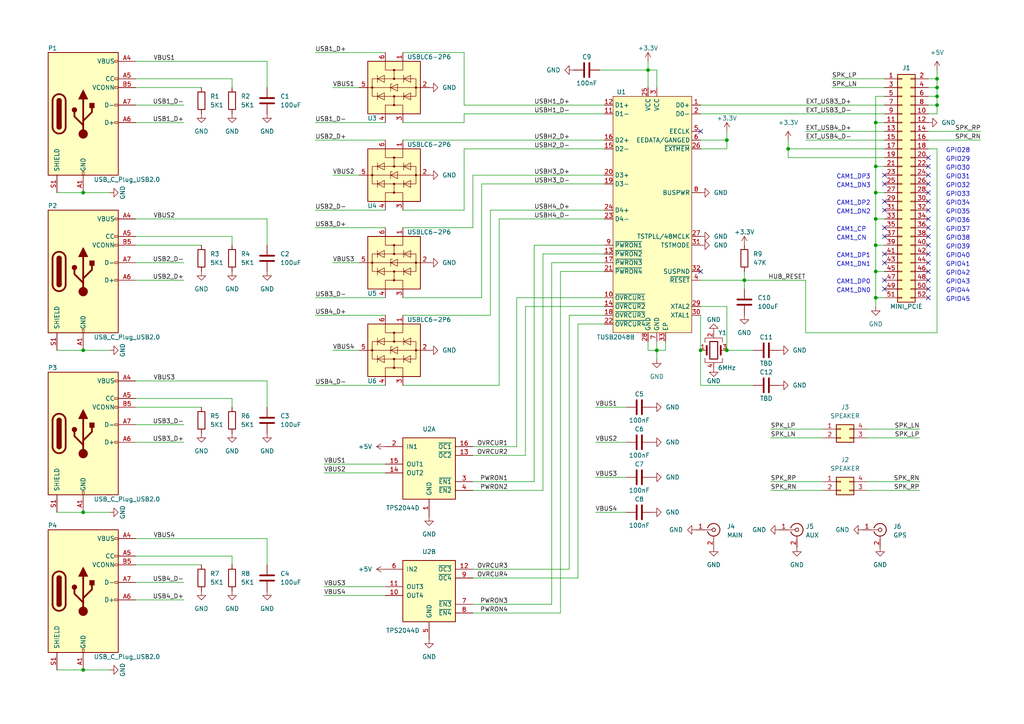
<source format=kicad_sch>
(kicad_sch (version 20230121) (generator eeschema)
  (paper "A4")
  (title_block (title "uConsole Extension USB Hub") (date "2023-08-12") (rev "0.1.2") (company "by argrento") (comment 2 "https://codeberg.org/argrento/uconsole-ext-usb-hub") (comment 4 "--->  UNTESTED  <---"))
  (lib_symbols
    (symbol "Connector:Conn_Coaxial" (pin_names (offset 1.016) hide)
      (property "Reference" "J" (at 0.254 3.048 0))
      (property "Value" "Conn_Coaxial" (at 2.921 0 90))
      (symbol "Conn_Coaxial_1_1"
        (pin passive line (at -5.08 0 0) (length 2.54) (name "In") (number "1"))
        (pin passive line (at 0 -5.08 90) (length 2.54) (name "Ext") (number "2"))
      )
    )
    (symbol "Connector:USB_C_Plug_USB2.0" (pin_names (offset 1.016))
      (property "Reference" "P" (at -10.16 19.05 0))
      (property "Value" "USB_C_Plug_USB2.0" (at 12.7 19.05 0))
      (symbol "USB_C_Plug_USB2.0_1_1"
        (pin passive line (at 0 -22.86 90) (length 5.08) (name "GND") (number "A1"))
        (pin passive line (at 0 -22.86 90) (length 5.08) hide (name "GND") (number "A12"))
        (pin passive line (at 15.24 15.24 180) (length 5.08) (name "VBUS") (number "A4"))
        (pin bidirectional line (at 15.24 10.16 180) (length 5.08) (name "CC") (number "A5"))
        (pin bidirectional line (at 15.24 -2.54 180) (length 5.08) (name "D+") (number "A6"))
        (pin bidirectional line (at 15.24 2.54 180) (length 5.08) (name "D-") (number "A7"))
        (pin passive line (at 15.24 15.24 180) (length 5.08) hide (name "VBUS") (number "A9"))
        (pin passive line (at 0 -22.86 90) (length 5.08) hide (name "GND") (number "B1"))
        (pin passive line (at 0 -22.86 90) (length 5.08) hide (name "GND") (number "B12"))
        (pin passive line (at 15.24 15.24 180) (length 5.08) hide (name "VBUS") (number "B4"))
        (pin bidirectional line (at 15.24 7.62 180) (length 5.08) (name "VCONN") (number "B5"))
        (pin passive line (at 15.24 15.24 180) (length 5.08) hide (name "VBUS") (number "B9"))
        (pin passive line (at -7.62 -22.86 90) (length 5.08) (name "SHIELD") (number "S1"))
      )
    )
    (symbol "Connector_Generic:Conn_02x02_Counter_Clockwise" (pin_names (offset 1.016) hide)
      (property "Reference" "J" (at 1.27 2.54 0))
      (property "Value" "Conn_02x02_Counter_Clockwise" (at 1.27 -5.08 0))
      (symbol "Conn_02x02_Counter_Clockwise_1_1"
        (pin passive line (at -5.08 0 0) (length 3.81) (name "Pin_1") (number "1"))
        (pin passive line (at -5.08 -2.54 0) (length 3.81) (name "Pin_2") (number "2"))
        (pin passive line (at 7.62 -2.54 180) (length 3.81) (name "Pin_3") (number "3"))
        (pin passive line (at 7.62 0 180) (length 3.81) (name "Pin_4") (number "4"))
      )
    )
    (symbol "Connector_Generic:Conn_02x26_Odd_Even" (pin_names (offset 1.016) hide)
      (property "Reference" "J" (at 1.27 33.02 0))
      (property "Value" "Conn_02x26_Odd_Even" (at 1.27 -35.56 0))
      (symbol "Conn_02x26_Odd_Even_1_1"
        (pin passive line (at -5.08 30.48 0) (length 3.81) (name "Pin_1") (number "1"))
        (pin passive line (at 7.62 20.32 180) (length 3.81) (name "Pin_10") (number "10"))
        (pin passive line (at -5.08 17.78 0) (length 3.81) (name "Pin_11") (number "11"))
        (pin passive line (at 7.62 17.78 180) (length 3.81) (name "Pin_12") (number "12"))
        (pin passive line (at -5.08 15.24 0) (length 3.81) (name "Pin_13") (number "13"))
        (pin passive line (at 7.62 15.24 180) (length 3.81) (name "Pin_14") (number "14"))
        (pin passive line (at -5.08 12.7 0) (length 3.81) (name "Pin_15") (number "15"))
        (pin passive line (at 7.62 12.7 180) (length 3.81) (name "Pin_16") (number "16"))
        (pin passive line (at -5.08 10.16 0) (length 3.81) (name "Pin_17") (number "17"))
        (pin passive line (at 7.62 10.16 180) (length 3.81) (name "Pin_18") (number "18"))
        (pin passive line (at -5.08 7.62 0) (length 3.81) (name "Pin_19") (number "19"))
        (pin passive line (at 7.62 30.48 180) (length 3.81) (name "Pin_2") (number "2"))
        (pin passive line (at 7.62 7.62 180) (length 3.81) (name "Pin_20") (number "20"))
        (pin passive line (at -5.08 5.08 0) (length 3.81) (name "Pin_21") (number "21"))
        (pin passive line (at 7.62 5.08 180) (length 3.81) (name "Pin_22") (number "22"))
        (pin passive line (at -5.08 2.54 0) (length 3.81) (name "Pin_23") (number "23"))
        (pin passive line (at 7.62 2.54 180) (length 3.81) (name "Pin_24") (number "24"))
        (pin passive line (at -5.08 0 0) (length 3.81) (name "Pin_25") (number "25"))
        (pin passive line (at 7.62 0 180) (length 3.81) (name "Pin_26") (number "26"))
        (pin passive line (at -5.08 -2.54 0) (length 3.81) (name "Pin_27") (number "27"))
        (pin passive line (at 7.62 -2.54 180) (length 3.81) (name "Pin_28") (number "28"))
        (pin passive line (at -5.08 -5.08 0) (length 3.81) (name "Pin_29") (number "29"))
        (pin passive line (at -5.08 27.94 0) (length 3.81) (name "Pin_3") (number "3"))
        (pin passive line (at 7.62 -5.08 180) (length 3.81) (name "Pin_30") (number "30"))
        (pin passive line (at -5.08 -7.62 0) (length 3.81) (name "Pin_31") (number "31"))
        (pin passive line (at 7.62 -7.62 180) (length 3.81) (name "Pin_32") (number "32"))
        (pin passive line (at -5.08 -10.16 0) (length 3.81) (name "Pin_33") (number "33"))
        (pin passive line (at 7.62 -10.16 180) (length 3.81) (name "Pin_34") (number "34"))
        (pin passive line (at -5.08 -12.7 0) (length 3.81) (name "Pin_35") (number "35"))
        (pin passive line (at 7.62 -12.7 180) (length 3.81) (name "Pin_36") (number "36"))
        (pin passive line (at -5.08 -15.24 0) (length 3.81) (name "Pin_37") (number "37"))
        (pin passive line (at 7.62 -15.24 180) (length 3.81) (name "Pin_38") (number "38"))
        (pin passive line (at -5.08 -17.78 0) (length 3.81) (name "Pin_39") (number "39"))
        (pin passive line (at 7.62 27.94 180) (length 3.81) (name "Pin_4") (number "4"))
        (pin passive line (at 7.62 -17.78 180) (length 3.81) (name "Pin_40") (number "40"))
        (pin passive line (at -5.08 -20.32 0) (length 3.81) (name "Pin_41") (number "41"))
        (pin passive line (at 7.62 -20.32 180) (length 3.81) (name "Pin_42") (number "42"))
        (pin passive line (at -5.08 -22.86 0) (length 3.81) (name "Pin_43") (number "43"))
        (pin passive line (at 7.62 -22.86 180) (length 3.81) (name "Pin_44") (number "44"))
        (pin passive line (at -5.08 -25.4 0) (length 3.81) (name "Pin_45") (number "45"))
        (pin passive line (at 7.62 -25.4 180) (length 3.81) (name "Pin_46") (number "46"))
        (pin passive line (at -5.08 -27.94 0) (length 3.81) (name "Pin_47") (number "47"))
        (pin passive line (at 7.62 -27.94 180) (length 3.81) (name "Pin_48") (number "48"))
        (pin passive line (at -5.08 -30.48 0) (length 3.81) (name "Pin_49") (number "49"))
        (pin passive line (at -5.08 25.4 0) (length 3.81) (name "Pin_5") (number "5"))
        (pin passive line (at 7.62 -30.48 180) (length 3.81) (name "Pin_50") (number "50"))
        (pin passive line (at -5.08 -33.02 0) (length 3.81) (name "Pin_51") (number "51"))
        (pin passive line (at 7.62 -33.02 180) (length 3.81) (name "Pin_52") (number "52"))
        (pin passive line (at 7.62 25.4 180) (length 3.81) (name "Pin_6") (number "6"))
        (pin passive line (at -5.08 22.86 0) (length 3.81) (name "Pin_7") (number "7"))
        (pin passive line (at 7.62 22.86 180) (length 3.81) (name "Pin_8") (number "8"))
        (pin passive line (at -5.08 20.32 0) (length 3.81) (name "Pin_9") (number "9"))
      )
    )
    (symbol "Device:C" (pin_numbers hide) (pin_names (offset 0.254))
      (property "Reference" "C" (at 0.635 2.54 0))
      (property "Value" "C" (at 0.635 -2.54 0))
      (symbol "C_1_1"
        (pin passive line (at 0 3.81 270) (length 2.794) (name "~") (number "1"))
        (pin passive line (at 0 -3.81 90) (length 2.794) (name "~") (number "2"))
      )
    )
    (symbol "Device:Crystal_GND24" (pin_names (offset 1.016) hide)
      (property "Reference" "Y" (at 3.175 5.08 0))
      (property "Value" "Crystal_GND24" (at 3.175 3.175 0))
      (symbol "Crystal_GND24_1_1"
        (pin passive line (at -3.81 0 0) (length 1.27) (name "1") (number "1"))
        (pin passive line (at 0 5.08 270) (length 1.27) (name "2") (number "2"))
        (pin passive line (at 3.81 0 180) (length 1.27) (name "3") (number "3"))
        (pin passive line (at 0 -5.08 90) (length 1.27) (name "4") (number "4"))
      )
    )
    (symbol "Device:R" (pin_numbers hide) (pin_names (offset 0))
      (property "Reference" "R" (at 2.032 0 90))
      (property "Value" "R" (at 0 0 90))
      (symbol "R_1_1"
        (pin passive line (at 0 3.81 270) (length 1.27) (name "~") (number "1"))
        (pin passive line (at 0 -3.81 90) (length 1.27) (name "~") (number "2"))
      )
    )
    (symbol "Power_Management:TPS2044D" (pin_names (offset 1.016))
      (property "Reference" "U" (at 0 10.795 0))
      (property "Value" "TPS2044D" (at 0 8.89 0))
      (symbol "TPS2044D_1_1"
        (pin power_in line (at 0 -15.24 90) (length 5.08) (name "GND") (number "1"))
        (pin open_collector line (at -12.7 2.54 0) (length 5.08) (name "~{OC2}") (number "13"))
        (pin power_out line (at 12.7 -2.54 180) (length 5.08) (name "OUT2") (number "14"))
        (pin power_out line (at 12.7 0 180) (length 5.08) (name "OUT1") (number "15"))
        (pin open_collector line (at -12.7 5.08 0) (length 5.08) (name "~{OC1}") (number "16"))
        (pin power_in line (at 12.7 5.08 180) (length 5.08) (name "IN1") (number "2"))
        (pin input line (at -12.7 -5.08 0) (length 5.08) (name "~{EN1}") (number "3"))
        (pin input line (at -12.7 -7.62 0) (length 5.08) (name "~{EN2}") (number "4"))
      )
      (symbol "TPS2044D_2_1"
        (pin power_out line (at 12.7 -2.54 180) (length 5.08) (name "OUT4") (number "10"))
        (pin power_out line (at 12.7 0 180) (length 5.08) (name "OUT3") (number "11"))
        (pin open_collector line (at -12.7 5.08 0) (length 5.08) (name "~{OC3}") (number "12"))
        (pin power_in line (at 0 -15.24 90) (length 5.08) (name "GND") (number "5"))
        (pin power_in line (at 12.7 5.08 180) (length 5.08) (name "IN2") (number "6"))
        (pin input line (at -12.7 -5.08 0) (length 5.08) (name "~{EN3}") (number "7"))
        (pin input line (at -12.7 -7.62 0) (length 5.08) (name "~{EN4}") (number "8"))
        (pin open_collector line (at -12.7 2.54 0) (length 5.08) (name "~{OC4}") (number "9"))
      )
    )
    (symbol "Power_Protection:USBLC6-2P6" (pin_names hide)
      (property "Reference" "U" (at 2.54 8.89 0))
      (property "Value" "USBLC6-2P6" (at 2.54 -8.89 0))
      (symbol "USBLC6-2P6_1_1"
        (pin passive line (at -10.16 -2.54 0) (length 2.54) (name "I/O1") (number "1"))
        (pin passive line (at 0 -10.16 90) (length 2.54) (name "GND") (number "2"))
        (pin passive line (at 10.16 -2.54 180) (length 2.54) (name "I/O2") (number "3"))
        (pin passive line (at 10.16 2.54 180) (length 2.54) (name "I/O2") (number "4"))
        (pin passive line (at 0 10.16 270) (length 2.54) (name "VBUS") (number "5"))
        (pin passive line (at -10.16 2.54 0) (length 2.54) (name "I/O1") (number "6"))
      )
    )
    (symbol "custom_components:TUSB2046x"
      (property "Reference" "U" (at -10.16 35.56 0))
      (property "Value" "TUSB2046B" (at 7.62 -38.1 0))
      (symbol "TUSB2046x_1_1"
        (pin bidirectional line (at -15.24 30.48 0) (length 2.54) (name "D0+") (number "1"))
        (pin input line (at 12.7 -25.4 180) (length 2.54) (name "~{OVRCUR1}") (number "10"))
        (pin bidirectional line (at 12.7 27.94 180) (length 2.54) (name "D1-") (number "11"))
        (pin bidirectional line (at 12.7 30.48 180) (length 2.54) (name "D1+") (number "12"))
        (pin output line (at 12.7 -12.7 180) (length 2.54) (name "~{PWRON2}") (number "13"))
        (pin input line (at 12.7 -27.94 180) (length 2.54) (name "~{OVRCUR2}") (number "14"))
        (pin bidirectional line (at 12.7 17.78 180) (length 2.54) (name "D2-") (number "15"))
        (pin bidirectional line (at 12.7 20.32 180) (length 2.54) (name "D2+") (number "16"))
        (pin output line (at 12.7 -15.24 180) (length 2.54) (name "~{PWRON3}") (number "17"))
        (pin input line (at 12.7 -30.48 180) (length 2.54) (name "~{OVRCUR3}") (number "18"))
        (pin bidirectional line (at 12.7 7.62 180) (length 2.54) (name "D3-") (number "19"))
        (pin bidirectional line (at -15.24 27.94 0) (length 2.54) (name "D0-") (number "2"))
        (pin bidirectional line (at 12.7 10.16 180) (length 2.54) (name "D3+") (number "20"))
        (pin output line (at 12.7 -17.78 180) (length 2.54) (name "~{PWRON4}") (number "21"))
        (pin input line (at 12.7 -33.02 180) (length 2.54) (name "~{OVRCUR4}") (number "22"))
        (pin bidirectional line (at 12.7 -2.54 180) (length 2.54) (name "D4-") (number "23"))
        (pin bidirectional line (at 12.7 0 180) (length 2.54) (name "D4+") (number "24"))
        (pin power_in line (at 0 35.56 270) (length 2.54) (name "VCC") (number "25"))
        (pin input line (at -15.24 17.78 0) (length 2.54) (name "~{EXTMEM}") (number "26"))
        (pin bidirectional line (at -15.24 -7.62 0) (length 2.54) (name "TSTPLL/48MCLK") (number "27"))
        (pin passive line (at 0 -38.1 90) (length 2.54) (name "GND") (number "28"))
        (pin input line (at -15.24 -27.94 0) (length 2.54) (name "XTAL2") (number "29"))
        (pin power_in line (at -2.54 35.56 270) (length 2.54) (name "VCC") (number "3"))
        (pin input line (at -15.24 -30.48 0) (length 2.54) (name "XTAL1") (number "30"))
        (pin input line (at -15.24 -10.16 0) (length 2.54) (name "TSTMODE") (number "31"))
        (pin input line (at -15.24 -17.78 0) (length 2.54) (name "SUSPND") (number "32"))
        (pin passive line (at -5.08 -38.1 90) (length 2.54) (name "EP") (number "33"))
        (pin power_in line (at -15.24 -20.32 0) (length 2.54) (name "~{RESET}") (number "4"))
        (pin output line (at -15.24 22.86 0) (length 2.54) (name "EECLK") (number "5"))
        (pin bidirectional line (at -15.24 20.32 0) (length 2.54) (name "EEDATA/GANGED") (number "6"))
        (pin passive line (at -2.54 -38.1 90) (length 2.54) (name "GND") (number "7"))
        (pin passive line (at -15.24 5.08 0) (length 2.54) (name "BUSPWR") (number "8"))
        (pin output line (at 12.7 -10.16 180) (length 2.54) (name "~{PWRON1}") (number "9"))
      )
    )
    (symbol "power:+3.3V" (power) (pin_names (offset 0))
      (property "Value" "+3.3V" (at 0 3.556 0))
      (symbol "+3.3V_1_1"
        (pin power_in line (at 0 0 90) (length 0) hide (name "+3.3V") (number "1"))
      )
    )
    (symbol "power:+5V" (power) (pin_names (offset 0))
      (property "Value" "+5V" (at 0 3.556 0))
      (symbol "+5V_1_1"
        (pin power_in line (at 0 0 90) (length 0) hide (name "+5V") (number "1"))
      )
    )
    (symbol "power:GND" (power) (pin_names (offset 0))
      (property "Value" "GND" (at 0 -3.81 0))
      (symbol "GND_1_1"
        (pin power_in line (at 0 0 270) (length 0) hide (name "GND") (number "1"))
      )
    )
  )
  (junction (at 254 55.88))
  (junction (at 24.13 55.88))
  (junction (at 203.2 101.6))
  (junction (at 271.78 30.48))
  (junction (at 190.5 101.6))
  (junction (at 271.78 22.86))
  (junction (at 228.6 43.18))
  (junction (at 254 63.5))
  (junction (at 254 78.74))
  (junction (at 24.13 194.31))
  (junction (at 24.13 148.59))
  (junction (at 271.78 27.94))
  (junction (at 24.13 101.6))
  (junction (at 187.96 20.32))
  (junction (at 271.78 25.4))
  (junction (at 210.82 40.64))
  (junction (at 254 35.56))
  (junction (at 215.9 81.28))
  (junction (at 254 48.26))
  (junction (at 254 71.12))
  (junction (at 210.82 101.6))
  (junction (at 254 86.36))
  (no_connect (at 269.24 81.28))
  (no_connect (at 269.24 55.88))
  (no_connect (at 269.24 71.12))
  (no_connect (at 256.54 66.04))
  (no_connect (at 269.24 60.96))
  (no_connect (at 269.24 53.34))
  (no_connect (at 269.24 76.2))
  (no_connect (at 256.54 53.34))
  (no_connect (at 256.54 76.2))
  (no_connect (at 256.54 83.82))
  (no_connect (at 256.54 58.42))
  (no_connect (at 269.24 78.74))
  (no_connect (at 269.24 66.04))
  (no_connect (at 203.2 38.1))
  (no_connect (at 256.54 73.66))
  (no_connect (at 269.24 86.36))
  (no_connect (at 256.54 81.28))
  (no_connect (at 269.24 45.72))
  (no_connect (at 269.24 48.26))
  (no_connect (at 256.54 50.8))
  (no_connect (at 269.24 73.66))
  (no_connect (at 269.24 58.42))
  (no_connect (at 203.2 78.74))
  (no_connect (at 256.54 68.58))
  (no_connect (at 256.54 60.96))
  (no_connect (at 269.24 68.58))
  (no_connect (at 269.24 63.5))
  (no_connect (at 269.24 83.82))
  (no_connect (at 269.24 50.8))
  (wire (pts (xy 254 71.12) (xy 254 78.74)))
  (wire (pts (xy 134.62 43.18) (xy 175.26 43.18)))
  (wire (pts (xy 254 48.26) (xy 256.54 48.26)))
  (wire (pts (xy 53.34 35.56) (xy 39.37 35.56)))
  (wire (pts (xy 228.6 43.18) (xy 228.6 40.64)))
  (wire (pts (xy 223.52 142.24) (xy 238.76 142.24)))
  (wire (pts (xy 39.37 25.4) (xy 58.42 25.4)))
  (wire (pts (xy 210.82 101.6) (xy 218.44 101.6)))
  (wire (pts (xy 233.68 40.64) (xy 256.54 40.64)))
  (wire (pts (xy 93.98 172.72) (xy 111.76 172.72)))
  (wire (pts (xy 175.26 71.12) (xy 154.94 71.12)))
  (wire (pts (xy 256.54 27.94) (xy 254 27.94)))
  (wire (pts (xy 91.44 111.76) (xy 111.76 111.76)))
  (wire (pts (xy 91.44 15.24) (xy 111.76 15.24)))
  (wire (pts (xy 137.16 139.7) (xy 154.94 139.7)))
  (wire (pts (xy 96.52 101.6) (xy 104.14 101.6)))
  (wire (pts (xy 91.44 66.04) (xy 111.76 66.04)))
  (wire (pts (xy 210.82 40.64) (xy 210.82 38.1)))
  (wire (pts (xy 165.1 165.1) (xy 137.16 165.1)))
  (wire (pts (xy 228.6 45.72) (xy 256.54 45.72)))
  (wire (pts (xy 39.37 118.11) (xy 58.42 118.11)))
  (wire (pts (xy 39.37 17.78) (xy 77.47 17.78)))
  (wire (pts (xy 162.56 78.74) (xy 175.26 78.74)))
  (wire (pts (xy 190.5 99.06) (xy 190.5 101.6)))
  (wire (pts (xy 215.9 81.28) (xy 215.9 83.82)))
  (wire (pts (xy 233.68 81.28) (xy 233.68 96.52)))
  (wire (pts (xy 139.7 53.34) (xy 139.7 86.36)))
  (wire (pts (xy 77.47 110.49) (xy 77.47 118.11)))
  (wire (pts (xy 215.9 78.74) (xy 215.9 81.28)))
  (wire (pts (xy 269.24 25.4) (xy 271.78 25.4)))
  (wire (pts (xy 134.62 33.02) (xy 134.62 35.56)))
  (wire (pts (xy 157.48 73.66) (xy 175.26 73.66)))
  (wire (pts (xy 241.3 25.4) (xy 256.54 25.4)))
  (wire (pts (xy 165.1 91.44) (xy 165.1 165.1)))
  (wire (pts (xy 173.99 20.32) (xy 187.96 20.32)))
  (wire (pts (xy 266.7 124.46) (xy 251.46 124.46)))
  (wire (pts (xy 96.52 25.4) (xy 104.14 25.4)))
  (wire (pts (xy 53.34 81.28) (xy 39.37 81.28)))
  (wire (pts (xy 16.51 194.31) (xy 24.13 194.31)))
  (wire (pts (xy 157.48 142.24) (xy 137.16 142.24)))
  (wire (pts (xy 254 63.5) (xy 254 71.12)))
  (wire (pts (xy 233.68 38.1) (xy 256.54 38.1)))
  (wire (pts (xy 172.72 148.59) (xy 181.61 148.59)))
  (wire (pts (xy 210.82 43.18) (xy 210.82 40.64)))
  (wire (pts (xy 24.13 101.6) (xy 31.75 101.6)))
  (wire (pts (xy 254 48.26) (xy 254 55.88)))
  (wire (pts (xy 77.47 17.78) (xy 77.47 25.4)))
  (wire (pts (xy 96.52 50.8) (xy 104.14 50.8)))
  (wire (pts (xy 269.24 30.48) (xy 271.78 30.48)))
  (wire (pts (xy 203.2 81.28) (xy 215.9 81.28)))
  (wire (pts (xy 53.34 173.99) (xy 39.37 173.99)))
  (wire (pts (xy 149.86 129.54) (xy 137.16 129.54)))
  (wire (pts (xy 254 78.74) (xy 256.54 78.74)))
  (wire (pts (xy 67.31 161.29) (xy 67.31 163.83)))
  (wire (pts (xy 271.78 33.02) (xy 271.78 30.48)))
  (wire (pts (xy 77.47 156.21) (xy 77.47 163.83)))
  (wire (pts (xy 116.84 66.04) (xy 137.16 66.04)))
  (wire (pts (xy 241.3 22.86) (xy 256.54 22.86)))
  (wire (pts (xy 187.96 20.32) (xy 190.5 20.32)))
  (wire (pts (xy 228.6 43.18) (xy 256.54 43.18)))
  (wire (pts (xy 16.51 101.6) (xy 24.13 101.6)))
  (wire (pts (xy 172.72 128.27) (xy 181.61 128.27)))
  (wire (pts (xy 39.37 63.5) (xy 77.47 63.5)))
  (wire (pts (xy 137.16 66.04) (xy 137.16 50.8)))
  (wire (pts (xy 256.54 30.48) (xy 203.2 30.48)))
  (wire (pts (xy 271.78 25.4) (xy 271.78 22.86)))
  (wire (pts (xy 193.04 101.6) (xy 193.04 99.06)))
  (wire (pts (xy 137.16 50.8) (xy 175.26 50.8)))
  (wire (pts (xy 53.34 128.27) (xy 39.37 128.27)))
  (wire (pts (xy 266.7 139.7) (xy 251.46 139.7)))
  (wire (pts (xy 254 71.12) (xy 256.54 71.12)))
  (wire (pts (xy 254 55.88) (xy 254 63.5)))
  (wire (pts (xy 175.26 33.02) (xy 134.62 33.02)))
  (wire (pts (xy 67.31 22.86) (xy 67.31 25.4)))
  (wire (pts (xy 190.5 20.32) (xy 190.5 25.4)))
  (wire (pts (xy 203.2 43.18) (xy 210.82 43.18)))
  (wire (pts (xy 254 78.74) (xy 254 86.36)))
  (wire (pts (xy 165.1 91.44) (xy 175.26 91.44)))
  (wire (pts (xy 203.2 40.64) (xy 210.82 40.64)))
  (wire (pts (xy 284.48 40.64) (xy 269.24 40.64)))
  (wire (pts (xy 203.2 91.44) (xy 203.2 101.6)))
  (wire (pts (xy 271.78 43.18) (xy 271.78 96.52)))
  (wire (pts (xy 154.94 71.12) (xy 154.94 139.7)))
  (wire (pts (xy 172.72 138.43) (xy 181.61 138.43)))
  (wire (pts (xy 266.7 142.24) (xy 251.46 142.24)))
  (wire (pts (xy 24.13 55.88) (xy 31.75 55.88)))
  (wire (pts (xy 254 27.94) (xy 254 35.56)))
  (wire (pts (xy 53.34 30.48) (xy 39.37 30.48)))
  (wire (pts (xy 39.37 68.58) (xy 67.31 68.58)))
  (wire (pts (xy 53.34 168.91) (xy 39.37 168.91)))
  (wire (pts (xy 254 55.88) (xy 256.54 55.88)))
  (wire (pts (xy 39.37 115.57) (xy 67.31 115.57)))
  (wire (pts (xy 271.78 30.48) (xy 271.78 27.94)))
  (wire (pts (xy 162.56 177.8) (xy 137.16 177.8)))
  (wire (pts (xy 160.02 175.26) (xy 137.16 175.26)))
  (wire (pts (xy 16.51 55.88) (xy 24.13 55.88)))
  (wire (pts (xy 187.96 101.6) (xy 190.5 101.6)))
  (wire (pts (xy 144.78 111.76) (xy 116.84 111.76)))
  (wire (pts (xy 254 63.5) (xy 256.54 63.5)))
  (wire (pts (xy 39.37 156.21) (xy 77.47 156.21)))
  (wire (pts (xy 134.62 15.24) (xy 116.84 15.24)))
  (wire (pts (xy 218.44 111.76) (xy 203.2 111.76)))
  (wire (pts (xy 271.78 22.86) (xy 271.78 20.32)))
  (wire (pts (xy 223.52 127) (xy 238.76 127)))
  (wire (pts (xy 254 35.56) (xy 254 48.26)))
  (wire (pts (xy 134.62 43.18) (xy 134.62 60.96)))
  (wire (pts (xy 91.44 60.96) (xy 111.76 60.96)))
  (wire (pts (xy 172.72 118.11) (xy 181.61 118.11)))
  (wire (pts (xy 175.26 76.2) (xy 160.02 76.2)))
  (wire (pts (xy 157.48 73.66) (xy 157.48 142.24)))
  (wire (pts (xy 91.44 91.44) (xy 111.76 91.44)))
  (wire (pts (xy 144.78 63.5) (xy 175.26 63.5)))
  (wire (pts (xy 139.7 86.36) (xy 116.84 86.36)))
  (wire (pts (xy 24.13 148.59) (xy 31.75 148.59)))
  (wire (pts (xy 266.7 127) (xy 251.46 127)))
  (wire (pts (xy 137.16 132.08) (xy 152.4 132.08)))
  (wire (pts (xy 254 86.36) (xy 256.54 86.36)))
  (wire (pts (xy 152.4 88.9) (xy 175.26 88.9)))
  (wire (pts (xy 190.5 101.6) (xy 193.04 101.6)))
  (wire (pts (xy 67.31 115.57) (xy 67.31 118.11)))
  (wire (pts (xy 149.86 86.36) (xy 175.26 86.36)))
  (wire (pts (xy 91.44 35.56) (xy 111.76 35.56)))
  (wire (pts (xy 269.24 27.94) (xy 271.78 27.94)))
  (wire (pts (xy 134.62 30.48) (xy 134.62 15.24)))
  (wire (pts (xy 210.82 88.9) (xy 210.82 101.6)))
  (wire (pts (xy 187.96 99.06) (xy 187.96 101.6)))
  (wire (pts (xy 175.26 30.48) (xy 134.62 30.48)))
  (wire (pts (xy 160.02 76.2) (xy 160.02 175.26)))
  (wire (pts (xy 269.24 22.86) (xy 271.78 22.86)))
  (wire (pts (xy 39.37 110.49) (xy 77.47 110.49)))
  (wire (pts (xy 167.64 93.98) (xy 175.26 93.98)))
  (wire (pts (xy 67.31 68.58) (xy 67.31 71.12)))
  (wire (pts (xy 269.24 33.02) (xy 271.78 33.02)))
  (wire (pts (xy 271.78 27.94) (xy 271.78 25.4)))
  (wire (pts (xy 167.64 167.64) (xy 137.16 167.64)))
  (wire (pts (xy 228.6 45.72) (xy 228.6 43.18)))
  (wire (pts (xy 24.13 194.31) (xy 31.75 194.31)))
  (wire (pts (xy 223.52 124.46) (xy 238.76 124.46)))
  (wire (pts (xy 203.2 101.6) (xy 203.2 111.76)))
  (wire (pts (xy 142.24 91.44) (xy 142.24 60.96)))
  (wire (pts (xy 93.98 134.62) (xy 111.76 134.62)))
  (wire (pts (xy 152.4 132.08) (xy 152.4 88.9)))
  (wire (pts (xy 256.54 33.02) (xy 203.2 33.02)))
  (wire (pts (xy 167.64 93.98) (xy 167.64 167.64)))
  (wire (pts (xy 39.37 71.12) (xy 58.42 71.12)))
  (wire (pts (xy 215.9 81.28) (xy 233.68 81.28)))
  (wire (pts (xy 139.7 53.34) (xy 175.26 53.34)))
  (wire (pts (xy 203.2 88.9) (xy 210.82 88.9)))
  (wire (pts (xy 91.44 40.64) (xy 111.76 40.64)))
  (wire (pts (xy 116.84 40.64) (xy 175.26 40.64)))
  (wire (pts (xy 149.86 129.54) (xy 149.86 86.36)))
  (wire (pts (xy 39.37 161.29) (xy 67.31 161.29)))
  (wire (pts (xy 53.34 76.2) (xy 39.37 76.2)))
  (wire (pts (xy 233.68 96.52) (xy 271.78 96.52)))
  (wire (pts (xy 39.37 163.83) (xy 58.42 163.83)))
  (wire (pts (xy 144.78 63.5) (xy 144.78 111.76)))
  (wire (pts (xy 190.5 101.6) (xy 190.5 104.14)))
  (wire (pts (xy 187.96 17.78) (xy 187.96 20.32)))
  (wire (pts (xy 134.62 60.96) (xy 116.84 60.96)))
  (wire (pts (xy 93.98 170.18) (xy 111.76 170.18)))
  (wire (pts (xy 134.62 35.56) (xy 116.84 35.56)))
  (wire (pts (xy 93.98 137.16) (xy 111.76 137.16)))
  (wire (pts (xy 77.47 63.5) (xy 77.47 71.12)))
  (wire (pts (xy 116.84 91.44) (xy 142.24 91.44)))
  (wire (pts (xy 53.34 123.19) (xy 39.37 123.19)))
  (wire (pts (xy 254 86.36) (xy 254 88.9)))
  (wire (pts (xy 39.37 22.86) (xy 67.31 22.86)))
  (wire (pts (xy 162.56 78.74) (xy 162.56 177.8)))
  (wire (pts (xy 91.44 86.36) (xy 111.76 86.36)))
  (wire (pts (xy 223.52 139.7) (xy 238.76 139.7)))
  (wire (pts (xy 142.24 60.96) (xy 175.26 60.96)))
  (wire (pts (xy 254 35.56) (xy 256.54 35.56)))
  (wire (pts (xy 96.52 76.2) (xy 104.14 76.2)))
  (wire (pts (xy 16.51 148.59) (xy 24.13 148.59)))
  (wire (pts (xy 187.96 20.32) (xy 187.96 25.4)))
  (wire (pts (xy 284.48 38.1) (xy 269.24 38.1)))
  (wire (pts (xy 271.78 43.18) (xy 269.24 43.18)))
  (text "CAM1_DN1" (at 242.57 77.47 0) (effects (font (size 1.27 1.27)) (justify left bottom)))
  (text "GPIO43" (at 274.32 82.55 0) (effects (font (size 1.27 1.27)) (justify left bottom)))
  (text "CAM1_DP3" (at 242.57 52.07 0) (effects (font (size 1.27 1.27)) (justify left bottom)))
  (text "CAM1_DP0" (at 242.57 82.55 0) (effects (font (size 1.27 1.27)) (justify left bottom)))
  (text "GPIO31" (at 274.32 52.07 0) (effects (font (size 1.27 1.27)) (justify left bottom)))
  (text "GPIO42" (at 274.32 80.01 0) (effects (font (size 1.27 1.27)) (justify left bottom)))
  (text "CAM1_DN3" (at 242.57 54.61 0) (effects (font (size 1.27 1.27)) (justify left bottom)))
  (text "GPIO29" (at 274.32 46.99 0) (effects (font (size 1.27 1.27)) (justify left bottom)))
  (text "CAM1_DP2" (at 242.57 59.69 0) (effects (font (size 1.27 1.27)) (justify left bottom)))
  (text "GPIO41" (at 274.32 77.47 0) (effects (font (size 1.27 1.27)) (justify left bottom)))
  (text "CAM1_DP1" (at 242.57 74.93 0) (effects (font (size 1.27 1.27)) (justify left bottom)))
  (text "GPIO32" (at 274.32 54.61 0) (effects (font (size 1.27 1.27)) (justify left bottom)))
  (text "GPIO28" (at 274.32 44.45 0) (effects (font (size 1.27 1.27)) (justify left bottom)))
  (text "GPIO38" (at 274.32 69.85 0) (effects (font (size 1.27 1.27)) (justify left bottom)))
  (text "GPIO30" (at 274.32 49.53 0) (effects (font (size 1.27 1.27)) (justify left bottom)))
  (text "CAM1_DN2" (at 242.57 62.23 0) (effects (font (size 1.27 1.27)) (justify left bottom)))
  (text "CAM1_DN0" (at 242.57 85.09 0) (effects (font (size 1.27 1.27)) (justify left bottom)))
  (text "GPIO39" (at 274.32 72.39 0) (effects (font (size 1.27 1.27)) (justify left bottom)))
  (text "CAM1_CP" (at 242.57 67.31 0) (effects (font (size 1.27 1.27)) (justify left bottom)))
  (text "GPIO34" (at 274.32 59.69 0) (effects (font (size 1.27 1.27)) (justify left bottom)))
  (text "GPIO37" (at 274.32 67.31 0) (effects (font (size 1.27 1.27)) (justify left bottom)))
  (text "GPIO33" (at 274.32 57.15 0) (effects (font (size 1.27 1.27)) (justify left bottom)))
  (text "CAM1_CN" (at 242.57 69.85 0) (effects (font (size 1.27 1.27)) (justify left bottom)))
  (text "GPIO36" (at 274.32 64.77 0) (effects (font (size 1.27 1.27)) (justify left bottom)))
  (text "GPIO35" (at 274.32 62.23 0) (effects (font (size 1.27 1.27)) (justify left bottom)))
  (text "GPIO44" (at 274.32 85.09 0) (effects (font (size 1.27 1.27)) (justify left bottom)))
  (text "GPIO45" (at 274.32 87.63 0) (effects (font (size 1.27 1.27)) (justify left bottom)))
  (text "GPIO40" (at 274.32 74.93 0) (effects (font (size 1.27 1.27)) (justify left bottom)))
  (label "VBUS4" (at 93.98 172.72 0))
  (label "VBUS4" (at 96.52 101.6 0))
  (label "USB2_D+" (at 53.34 81.28 180))
  (label "EXT_USB4_D-" (at 233.68 40.64 0))
  (label "USB4_D-" (at 91.44 111.76 0))
  (label "USBH4_D+" (at 154.94 60.96 0))
  (label "USB3_D-" (at 53.34 123.19 180))
  (label "USBH2_D-" (at 154.94 43.18 0))
  (label "VBUS1" (at 96.52 25.4 0))
  (label "USB2_D+" (at 91.44 40.64 0))
  (label "USBH4_D-" (at 154.94 63.5 0))
  (label "VBUS3" (at 93.98 170.18 0))
  (label "SPK_RP" (at 223.52 139.7 0))
  (label "SPK_RP" (at 284.48 38.1 180))
  (label "USB1_D-" (at 91.44 35.56 0))
  (label "EXT_USB3_D-" (at 233.68 33.02 0))
  (label "USBH1_D+" (at 154.94 30.48 0))
  (label "SPK_LN" (at 223.52 127 0))
  (label "VBUS2" (at 172.72 128.27 0))
  (label "VBUS1" (at 172.72 118.11 0))
  (label "USB3_D-" (at 91.44 86.36 0))
  (label "VBUS4" (at 50.8 156.21 180))
  (label "VBUS2" (at 50.8 63.5 180))
  (label "SPK_LP" (at 223.52 124.46 0))
  (label "VBUS2" (at 96.52 50.8 0))
  (label "VBUS3" (at 50.8 110.49 180))
  (label "USB3_D+" (at 53.34 128.27 180))
  (label "PWRON2" (at 147.32 142.24 180))
  (label "USB1_D+" (at 91.44 15.24 0))
  (label "SPK_LN" (at 241.3 25.4 0))
  (label "VBUS1" (at 93.98 134.62 0))
  (label "SPK_LP" (at 241.3 22.86 0))
  (label "EXT_USB4_D+" (at 233.68 38.1 0))
  (label "USB1_D-" (at 53.34 30.48 180))
  (label "OVRCUR2" (at 147.32 132.08 180))
  (label "USB3_D+" (at 91.44 66.04 0))
  (label "USB4_D-" (at 53.34 168.91 180))
  (label "OVRCUR3" (at 147.32 165.1 180))
  (label "USB4_D+" (at 53.34 173.99 180))
  (label "VBUS2" (at 93.98 137.16 0))
  (label "PWRON3" (at 147.32 175.26 180))
  (label "HUB_RESET" (at 233.68 81.28 180))
  (label "USB1_D+" (at 53.34 35.56 180))
  (label "OVRCUR1" (at 147.32 129.54 180))
  (label "USBH1_D-" (at 154.94 33.02 0))
  (label "EXT_USB3_D+" (at 233.68 30.48 0))
  (label "PWRON4" (at 147.32 177.8 180))
  (label "SPK_LP" (at 266.7 127 180))
  (label "USB4_D+" (at 91.44 91.44 0))
  (label "SPK_LN" (at 266.7 124.46 180))
  (label "PWRON1" (at 147.32 139.7 180))
  (label "SPK_RP" (at 266.7 142.24 180))
  (label "VBUS3" (at 172.72 138.43 0))
  (label "VBUS1" (at 50.8 17.78 180))
  (label "USB2_D-" (at 91.44 60.96 0))
  (label "USBH2_D+" (at 154.94 40.64 0))
  (label "VBUS3" (at 96.52 76.2 0))
  (label "VBUS4" (at 172.72 148.59 0))
  (label "SPK_RN" (at 284.48 40.64 180))
  (label "SPK_RN" (at 223.52 142.24 0))
  (label "USB2_D-" (at 53.34 76.2 180))
  (label "OVRCUR4" (at 147.32 167.64 180))
  (label "USBH3_D+" (at 154.94 50.8 0))
  (label "SPK_RN" (at 266.7 139.7 180))
  (label "USBH3_D-" (at 154.94 53.34 0))
  (symbol (lib_id "power:GND") (at 231.14 158.75 0) (unit 1)
    (property "Reference" "#PWR049" (effects hide))
    (property "Value" "GND" (at 231.14 163.83 0))
  )
  (symbol (lib_id "Power_Protection:USBLC6-2P6") (at 114.3 101.6 90) (mirror x) (unit 1)
    (property "Reference" "U6" (at 107.95 110.49 90))
    (property "Value" "USBLC6-2P6" (at 124.46 92.71 90))
    (property "Footprint" "Package_TO_SOT_SMD:SOT-666" (effects hide))
    (property "Datasheet" "https://www.st.com/resource/en/datasheet/usblc6-2.pdf" (effects hide))
  )
  (symbol (lib_id "power:GND") (at 166.37 20.32 270) (mirror x) (unit 1)
    (property "Reference" "#PWR034" (effects hide))
    (property "Value" "GND" (at 162.56 20.32 90) (effects (justify right)))
  )
  (symbol (lib_id "power:GND") (at 77.47 78.74 0) (unit 1)
    (property "Reference" "#PWR023" (effects hide))
    (property "Value" "GND" (at 77.47 83.82 0))
  )
  (symbol (lib_id "power:GND") (at 67.31 78.74 0) (unit 1)
    (property "Reference" "#PWR016" (effects hide))
    (property "Value" "GND" (at 67.31 83.82 0))
  )
  (symbol (lib_id "power:GND") (at 31.75 148.59 90) (unit 1)
    (property "Reference" "#PWR09" (effects hide))
    (property "Value" "GND" (at 35.56 148.59 0))
  )
  (symbol (lib_id "Power_Protection:USBLC6-2P6") (at 114.3 25.4 90) (mirror x) (unit 1)
    (property "Reference" "U3" (at 107.95 34.29 90))
    (property "Value" "USBLC6-2P6" (at 124.46 16.51 90))
    (property "Footprint" "Package_TO_SOT_SMD:SOT-666" (effects hide))
    (property "Datasheet" "https://www.st.com/resource/en/datasheet/usblc6-2.pdf" (effects hide))
  )
  (symbol (lib_id "Device:R") (at 67.31 74.93 0) (unit 1)
    (property "Reference" "R4" (at 69.85 73.66 0) (effects (justify left)))
    (property "Value" "5K1" (at 69.85 76.2 0) (effects (justify left)))
    (property "Footprint" "Resistor_SMD:R_0603_1608Metric" (effects hide))
  )
  (symbol (lib_id "power:GND") (at 31.75 194.31 90) (unit 1)
    (property "Reference" "#PWR010" (effects hide))
    (property "Value" "GND" (at 35.56 194.31 0))
  )
  (symbol (lib_id "power:GND") (at 190.5 104.14 0) (unit 1)
    (property "Reference" "#PWR025" (effects hide))
    (property "Value" "GND" (at 190.5 109.22 0))
  )
  (symbol (lib_id "power:+3.3V") (at 228.6 40.64 0) (unit 1)
    (property "Reference" "#PWR02" (effects hide))
    (property "Value" "+3.3V" (at 228.6 35.56 0))
  )
  (symbol (lib_id "Device:C") (at 185.42 118.11 90) (unit 1)
    (property "Reference" "C5" (at 185.42 114.3 90))
    (property "Value" "100nF" (at 185.42 121.92 90))
    (property "Footprint" "Capacitor_SMD:C_0603_1608Metric" (effects hide))
  )
  (symbol (lib_id "power:GND") (at 124.46 185.42 0) (unit 1)
    (property "Reference" "#PWR06" (effects hide))
    (property "Value" "GND" (at 124.46 190.5 0))
  )
  (symbol (lib_id "power:GND") (at 203.2 71.12 90) (mirror x) (unit 1)
    (property "Reference" "#PWR039" (effects hide))
    (property "Value" "GND" (at 207.01 71.12 90) (effects (justify right)))
  )
  (symbol (lib_id "power:GND") (at 203.2 55.88 90) (mirror x) (unit 1)
    (property "Reference" "#PWR037" (effects hide))
    (property "Value" "GND" (at 207.01 55.88 90) (effects (justify right)))
  )
  (symbol (lib_id "power:GND") (at 226.06 101.6 90) (unit 1)
    (property "Reference" "#PWR042" (effects hide))
    (property "Value" "GND" (at 229.87 101.6 90) (effects (justify right)))
  )
  (symbol (lib_id "power:GND") (at 207.01 96.52 180) (unit 1)
    (property "Reference" "#PWR044" (effects hide))
    (property "Value" "GND" (at 207.01 92.71 0))
  )
  (symbol (lib_id "Connector:USB_C_Plug_USB2.0") (at 24.13 171.45 0) (unit 1)
    (property "Reference" "P4" (at 15.24 152.4 0))
    (property "Value" "USB_C_Plug_USB2.0" (at 36.83 190.5 0))
    (property "Footprint" "Connector_USB:USB_C_Receptacle_GCT_USB4105-xx-A_16P_TopMnt_Horizontal" (effects hide))
    (property "Datasheet" "https://www.usb.org/sites/default/files/documents/usb_type-c.zip" (effects hide))
  )
  (symbol (lib_id "Device:R") (at 67.31 167.64 0) (unit 1)
    (property "Reference" "R8" (at 69.85 166.37 0) (effects (justify left)))
    (property "Value" "5K1" (at 69.85 168.91 0) (effects (justify left)))
    (property "Footprint" "Resistor_SMD:R_0603_1608Metric" (effects hide))
  )
  (symbol (lib_id "Device:R") (at 67.31 29.21 0) (unit 1)
    (property "Reference" "R2" (at 69.85 27.94 0) (effects (justify left)))
    (property "Value" "5K1" (at 69.85 30.48 0) (effects (justify left)))
    (property "Footprint" "Resistor_SMD:R_0603_1608Metric" (effects hide))
  )
  (symbol (lib_id "Connector_Generic:Conn_02x02_Counter_Clockwise") (at 243.84 124.46 0) (unit 1)
    (property "Reference" "J3" (at 245.11 118.11 0))
    (property "Value" "SPEAKER" (at 245.11 120.65 0))
    (property "Footprint" "custom_components:uConsole_speaker" (effects hide))
  )
  (symbol (lib_id "power:+3.3V") (at 187.96 17.78 0) (unit 1)
    (property "Reference" "#PWR035" (effects hide))
    (property "Value" "+3.3V" (at 187.96 13.97 0))
  )
  (symbol (lib_id "power:GND") (at 77.47 33.02 0) (unit 1)
    (property "Reference" "#PWR024" (effects hide))
    (property "Value" "GND" (at 77.47 38.1 0))
  )
  (symbol (lib_id "Connector_Generic:Conn_02x26_Odd_Even") (at 261.62 53.34 0) (unit 1)
    (property "Reference" "J1" (at 262.89 19.685 0))
    (property "Value" "MINI_PCIE" (at 262.89 88.9 0))
    (property "Footprint" "custom_components:mini_pcie_edge" (effects hide))
  )
  (symbol (lib_id "power:+5V") (at 271.78 20.32 0) (unit 1)
    (property "Reference" "#PWR03" (effects hide))
    (property "Value" "+5V" (at 271.78 15.24 0))
  )
  (symbol (lib_id "Device:C") (at 77.47 29.21 0) (unit 1)
    (property "Reference" "C1" (at 81.28 27.94 0) (effects (justify left)))
    (property "Value" "100uF" (at 81.28 30.48 0) (effects (justify left)))
    (property "Footprint" "Capacitor_SMD:C_0805_2012Metric" (effects hide))
  )
  (symbol (lib_id "power:GND") (at 58.42 171.45 0) (unit 1)
    (property "Reference" "#PWR019" (effects hide))
    (property "Value" "GND" (at 58.42 176.53 0))
  )
  (symbol (lib_id "Device:R") (at 58.42 74.93 0) (unit 1)
    (property "Reference" "R3" (at 60.96 73.66 0) (effects (justify left)))
    (property "Value" "5K1" (at 60.96 76.2 0) (effects (justify left)))
    (property "Footprint" "Resistor_SMD:R_0603_1608Metric" (effects hide))
  )
  (symbol (lib_id "power:GND") (at 226.06 153.67 270) (unit 1)
    (property "Reference" "#PWR048" (effects hide))
    (property "Value" "GND" (at 222.25 153.67 90) (effects (justify right)))
  )
  (symbol (lib_id "Device:R") (at 58.42 167.64 0) (unit 1)
    (property "Reference" "R7" (at 60.96 166.37 0) (effects (justify left)))
    (property "Value" "5K1" (at 60.96 168.91 0) (effects (justify left)))
    (property "Footprint" "Resistor_SMD:R_0603_1608Metric" (effects hide))
  )
  (symbol (lib_id "power:GND") (at 189.23 118.11 90) (unit 1)
    (property "Reference" "#PWR030" (effects hide))
    (property "Value" "GND" (at 193.04 118.11 90) (effects (justify right)))
  )
  (symbol (lib_id "power:GND") (at 124.46 149.86 0) (unit 1)
    (property "Reference" "#PWR05" (effects hide))
    (property "Value" "GND" (at 124.46 154.94 0))
  )
  (symbol (lib_id "power:+5V") (at 111.76 129.54 90) (unit 1)
    (property "Reference" "#PWR011" (effects hide))
    (property "Value" "+5V" (at 107.95 129.54 90) (effects (justify left)))
  )
  (symbol (lib_id "Connector:USB_C_Plug_USB2.0") (at 24.13 33.02 0) (unit 1)
    (property "Reference" "P1" (at 15.24 13.97 0))
    (property "Value" "USB_C_Plug_USB2.0" (at 36.83 52.07 0))
    (property "Footprint" "Connector_USB:USB_C_Receptacle_GCT_USB4105-xx-A_16P_TopMnt_Horizontal" (effects hide))
    (property "Datasheet" "https://www.usb.org/sites/default/files/documents/usb_type-c.zip" (effects hide))
  )
  (symbol (lib_id "power:GND") (at 189.23 128.27 90) (unit 1)
    (property "Reference" "#PWR031" (effects hide))
    (property "Value" "GND" (at 193.04 128.27 90) (effects (justify right)))
  )
  (symbol (lib_id "Connector_Generic:Conn_02x02_Counter_Clockwise") (at 243.84 139.7 0) (unit 1)
    (property "Reference" "J2" (at 245.11 133.35 0))
    (property "Value" "SPEAKER" (at 245.11 135.89 0))
    (property "Footprint" "custom_components:uConsole_speaker" (effects hide))
  )
  (symbol (lib_id "power:GND") (at 124.46 25.4 90) (unit 1)
    (property "Reference" "#PWR026" (effects hide))
    (property "Value" "GND" (at 128.27 25.4 90) (effects (justify right)))
  )
  (symbol (lib_id "Device:C") (at 185.42 138.43 90) (unit 1)
    (property "Reference" "C7" (at 185.42 134.62 90))
    (property "Value" "100nF" (at 185.42 142.24 90))
    (property "Footprint" "Capacitor_SMD:C_0603_1608Metric" (effects hide))
  )
  (symbol (lib_id "power:GND") (at 255.27 158.75 0) (unit 1)
    (property "Reference" "#PWR051" (effects hide))
    (property "Value" "GND" (at 255.27 163.83 0))
  )
  (symbol (lib_id "power:GND") (at 124.46 101.6 90) (unit 1)
    (property "Reference" "#PWR029" (effects hide))
    (property "Value" "GND" (at 128.27 101.6 90) (effects (justify right)))
  )
  (symbol (lib_id "power:GND") (at 77.47 171.45 0) (unit 1)
    (property "Reference" "#PWR021" (effects hide))
    (property "Value" "GND" (at 77.47 176.53 0))
  )
  (symbol (lib_id "power:GND") (at 124.46 76.2 90) (unit 1)
    (property "Reference" "#PWR028" (effects hide))
    (property "Value" "GND" (at 128.27 76.2 90) (effects (justify right)))
  )
  (symbol (lib_id "Device:C") (at 170.18 20.32 270) (mirror x) (unit 1)
    (property "Reference" "C9" (at 170.18 16.51 90))
    (property "Value" "100nF" (at 170.18 24.13 90))
    (property "Footprint" "Capacitor_SMD:C_0603_1608Metric" (effects hide))
  )
  (symbol (lib_id "Device:R") (at 67.31 121.92 0) (unit 1)
    (property "Reference" "R6" (at 69.85 120.65 0) (effects (justify left)))
    (property "Value" "5K1" (at 69.85 123.19 0) (effects (justify left)))
    (property "Footprint" "Resistor_SMD:R_0603_1608Metric" (effects hide))
  )
  (symbol (lib_id "power:GND") (at 58.42 125.73 0) (unit 1)
    (property "Reference" "#PWR017" (effects hide))
    (property "Value" "GND" (at 58.42 130.81 0))
  )
  (symbol (lib_id "Power_Management:TPS2044D") (at 124.46 170.18 0) (mirror y) (unit 2)
    (property "Reference" "U2" (at 124.46 160.02 0))
    (property "Value" "TPS2044D" (at 116.84 182.88 0))
    (property "Footprint" "Package_SO:SOIC-16_3.9x9.9mm_P1.27mm" (effects hide))
    (property "Datasheet" "http://www.ti.com/lit/ds/symlink/tps2044.pdf" (effects hide))
  )
  (symbol (lib_id "power:GND") (at 67.31 33.02 0) (unit 1)
    (property "Reference" "#PWR014" (effects hide))
    (property "Value" "GND" (at 67.31 38.1 0))
  )
  (symbol (lib_id "power:GND") (at 189.23 148.59 90) (unit 1)
    (property "Reference" "#PWR033" (effects hide))
    (property "Value" "GND" (at 193.04 148.59 90) (effects (justify right)))
  )
  (symbol (lib_id "Device:Crystal_GND24") (at 207.01 101.6 0) (unit 1)
    (property "Reference" "Y1" (at 209.55 96.52 0))
    (property "Value" "6MHz" (at 210.82 106.68 0))
    (property "Footprint" "Crystal:Crystal_SMD_2016-4Pin_2.0x1.6mm" (effects hide))
  )
  (symbol (lib_id "custom_components:TUSB2046x") (at 187.96 60.96 0) (mirror y) (unit 1)
    (property "Reference" "U1" (at 181.61 26.67 0) (effects (justify left)))
    (property "Value" "TUSB2048B" (at 184.15 97.79 0) (effects (justify left)))
    (property "Footprint" "Package_DFN_QFN:QFN-32-1EP_5x5mm_P0.5mm_EP3.3x3.3mm_ThermalVias" (effects hide))
    (property "Datasheet" "https://www.ti.com/lit/ds/symlink/tusb2046i.pdf" (effects hide))
  )
  (symbol (lib_id "Connector:Conn_Coaxial") (at 231.14 153.67 0) (unit 1)
    (property "Reference" "J5" (at 233.68 152.6932 0) (effects (justify left)))
    (property "Value" "AUX" (at 233.68 155.2332 0) (effects (justify left)))
    (property "Footprint" "Connector_Coaxial:U.FL_Hirose_U.FL-R-SMT-1_Vertical" (effects hide))
    (property "Datasheet" " ~" (effects hide))
  )
  (symbol (lib_id "Device:C") (at 222.25 101.6 90) (unit 1)
    (property "Reference" "C11" (at 222.25 97.79 90))
    (property "Value" "TBD" (at 222.25 105.41 90))
    (property "Footprint" "Capacitor_SMD:C_0603_1608Metric" (effects hide))
  )
  (symbol (lib_id "Connector:USB_C_Plug_USB2.0") (at 24.13 125.73 0) (unit 1)
    (property "Reference" "P3" (at 15.24 106.68 0))
    (property "Value" "USB_C_Plug_USB2.0" (at 36.83 144.78 0))
    (property "Footprint" "Connector_USB:USB_C_Receptacle_GCT_USB4105-xx-A_16P_TopMnt_Horizontal" (effects hide))
    (property "Datasheet" "https://www.usb.org/sites/default/files/documents/usb_type-c.zip" (effects hide))
  )
  (symbol (lib_id "power:GND") (at 254 88.9 0) (unit 1)
    (property "Reference" "#PWR01" (effects hide))
    (property "Value" "GND" (at 254 93.98 0))
  )
  (symbol (lib_id "Power_Protection:USBLC6-2P6") (at 114.3 76.2 90) (mirror x) (unit 1)
    (property "Reference" "U5" (at 107.95 85.09 90))
    (property "Value" "USBLC6-2P6" (at 124.46 67.31 90))
    (property "Footprint" "Package_TO_SOT_SMD:SOT-666" (effects hide))
    (property "Datasheet" "https://www.st.com/resource/en/datasheet/usblc6-2.pdf" (effects hide))
  )
  (symbol (lib_id "Device:C") (at 77.47 167.64 0) (unit 1)
    (property "Reference" "C4" (at 81.28 166.37 0) (effects (justify left)))
    (property "Value" "100uF" (at 81.28 168.91 0) (effects (justify left)))
    (property "Footprint" "Capacitor_SMD:C_0805_2012Metric" (effects hide))
  )
  (symbol (lib_id "Device:C") (at 185.42 128.27 90) (unit 1)
    (property "Reference" "C6" (at 185.42 124.46 90))
    (property "Value" "100nF" (at 185.42 132.08 90))
    (property "Footprint" "Capacitor_SMD:C_0603_1608Metric" (effects hide))
  )
  (symbol (lib_id "Device:C") (at 215.9 87.63 0) (unit 1)
    (property "Reference" "C10" (at 219.71 86.36 0) (effects (justify left)))
    (property "Value" "100uF" (at 219.71 88.9 0) (effects (justify left)))
    (property "Footprint" "Capacitor_SMD:C_0805_2012Metric" (effects hide))
  )
  (symbol (lib_id "power:GND") (at 67.31 171.45 0) (unit 1)
    (property "Reference" "#PWR020" (effects hide))
    (property "Value" "GND" (at 67.31 176.53 0))
  )
  (symbol (lib_id "power:GND") (at 207.01 106.68 0) (unit 1)
    (property "Reference" "#PWR045" (effects hide))
    (property "Value" "GND" (at 207.01 110.49 0))
  )
  (symbol (lib_id "Device:R") (at 58.42 121.92 0) (unit 1)
    (property "Reference" "R5" (at 60.96 120.65 0) (effects (justify left)))
    (property "Value" "5K1" (at 60.96 123.19 0) (effects (justify left)))
    (property "Footprint" "Resistor_SMD:R_0603_1608Metric" (effects hide))
  )
  (symbol (lib_id "power:+3.3V") (at 215.9 71.12 0) (unit 1)
    (property "Reference" "#PWR040" (effects hide))
    (property "Value" "+3.3V" (at 215.9 67.31 0))
  )
  (symbol (lib_id "power:GND") (at 67.31 125.73 0) (unit 1)
    (property "Reference" "#PWR018" (effects hide))
    (property "Value" "GND" (at 67.31 130.81 0))
  )
  (symbol (lib_id "power:GND") (at 189.23 138.43 90) (unit 1)
    (property "Reference" "#PWR032" (effects hide))
    (property "Value" "GND" (at 193.04 138.43 90) (effects (justify right)))
  )
  (symbol (lib_id "power:GND") (at 203.2 68.58 90) (mirror x) (unit 1)
    (property "Reference" "#PWR038" (effects hide))
    (property "Value" "GND" (at 207.01 68.58 90) (effects (justify right)))
  )
  (symbol (lib_id "Device:R") (at 58.42 29.21 0) (unit 1)
    (property "Reference" "R1" (at 60.96 27.94 0) (effects (justify left)))
    (property "Value" "5K1" (at 60.96 30.48 0) (effects (justify left)))
    (property "Footprint" "Resistor_SMD:R_0603_1608Metric" (effects hide))
  )
  (symbol (lib_id "power:GND") (at 201.93 153.67 270) (unit 1)
    (property "Reference" "#PWR046" (effects hide))
    (property "Value" "GND" (at 198.12 153.67 90) (effects (justify right)))
  )
  (symbol (lib_id "power:GND") (at 31.75 101.6 90) (unit 1)
    (property "Reference" "#PWR08" (effects hide))
    (property "Value" "GND" (at 35.56 101.6 0))
  )
  (symbol (lib_id "Power_Protection:USBLC6-2P6") (at 114.3 50.8 90) (mirror x) (unit 1)
    (property "Reference" "U4" (at 107.95 59.69 90))
    (property "Value" "USBLC6-2P6" (at 124.46 41.91 90))
    (property "Footprint" "Package_TO_SOT_SMD:SOT-666" (effects hide))
    (property "Datasheet" "https://www.st.com/resource/en/datasheet/usblc6-2.pdf" (effects hide))
  )
  (symbol (lib_id "power:GND") (at 58.42 78.74 0) (unit 1)
    (property "Reference" "#PWR015" (effects hide))
    (property "Value" "GND" (at 58.42 83.82 0))
  )
  (symbol (lib_id "Device:C") (at 77.47 74.93 0) (unit 1)
    (property "Reference" "C2" (at 81.28 73.66 0) (effects (justify left)))
    (property "Value" "100uF" (at 81.28 76.2 0) (effects (justify left)))
    (property "Footprint" "Capacitor_SMD:C_0805_2012Metric" (effects hide))
  )
  (symbol (lib_id "power:GND") (at 124.46 50.8 90) (unit 1)
    (property "Reference" "#PWR027" (effects hide))
    (property "Value" "GND" (at 128.27 50.8 90) (effects (justify right)))
  )
  (symbol (lib_id "power:GND") (at 207.01 158.75 0) (unit 1)
    (property "Reference" "#PWR047" (effects hide))
    (property "Value" "GND" (at 207.01 163.83 0))
  )
  (symbol (lib_id "power:GND") (at 31.75 55.88 90) (unit 1)
    (property "Reference" "#PWR07" (effects hide))
    (property "Value" "GND" (at 35.56 55.88 0))
  )
  (symbol (lib_id "power:GND") (at 250.19 153.67 270) (unit 1)
    (property "Reference" "#PWR050" (effects hide))
    (property "Value" "GND" (at 246.38 153.67 90) (effects (justify right)))
  )
  (symbol (lib_id "Device:C") (at 77.47 121.92 0) (unit 1)
    (property "Reference" "C3" (at 81.28 120.65 0) (effects (justify left)))
    (property "Value" "100uF" (at 81.28 123.19 0) (effects (justify left)))
    (property "Footprint" "Capacitor_SMD:C_0805_2012Metric" (effects hide))
  )
  (symbol (lib_id "Device:C") (at 185.42 148.59 90) (unit 1)
    (property "Reference" "C8" (at 185.42 144.78 90))
    (property "Value" "100nF" (at 185.42 152.4 90))
    (property "Footprint" "Capacitor_SMD:C_0603_1608Metric" (effects hide))
  )
  (symbol (lib_id "power:GND") (at 215.9 91.44 0) (unit 1)
    (property "Reference" "#PWR041" (effects hide))
    (property "Value" "GND" (at 215.9 96.52 0))
  )
  (symbol (lib_id "Connector:Conn_Coaxial") (at 207.01 153.67 0) (unit 1)
    (property "Reference" "J4" (at 210.82 152.6932 0) (effects (justify left)))
    (property "Value" "MAIN" (at 210.82 155.2332 0) (effects (justify left)))
    (property "Footprint" "Connector_Coaxial:U.FL_Hirose_U.FL-R-SMT-1_Vertical" (effects hide))
    (property "Datasheet" " ~" (effects hide))
  )
  (symbol (lib_id "power:GND") (at 77.47 125.73 0) (unit 1)
    (property "Reference" "#PWR022" (effects hide))
    (property "Value" "GND" (at 77.47 130.81 0))
  )
  (symbol (lib_id "Connector:USB_C_Plug_USB2.0") (at 24.13 78.74 0) (unit 1)
    (property "Reference" "P2" (at 15.24 59.69 0))
    (property "Value" "USB_C_Plug_USB2.0" (at 36.83 97.79 0))
    (property "Footprint" "Connector_USB:USB_C_Receptacle_GCT_USB4105-xx-A_16P_TopMnt_Horizontal" (effects hide))
    (property "Datasheet" "https://www.usb.org/sites/default/files/documents/usb_type-c.zip" (effects hide))
  )
  (symbol (lib_id "power:+3.3V") (at 210.82 38.1 0) (unit 1)
    (property "Reference" "#PWR036" (effects hide))
    (property "Value" "+3.3V" (at 210.82 34.29 0))
  )
  (symbol (lib_id "Device:C") (at 222.25 111.76 90) (unit 1)
    (property "Reference" "C12" (at 222.25 107.95 90))
    (property "Value" "TBD" (at 222.25 115.57 90))
    (property "Footprint" "Capacitor_SMD:C_0603_1608Metric" (effects hide))
  )
  (symbol (lib_id "power:+5V") (at 111.76 165.1 90) (unit 1)
    (property "Reference" "#PWR012" (effects hide))
    (property "Value" "+5V" (at 107.95 165.1 90) (effects (justify left)))
  )
  (symbol (lib_id "Power_Management:TPS2044D") (at 124.46 134.62 0) (mirror y) (unit 1)
    (property "Reference" "U2" (at 124.46 124.46 0))
    (property "Value" "TPS2044D" (at 116.84 147.32 0))
    (property "Footprint" "Package_SO:SOIC-16_3.9x9.9mm_P1.27mm" (effects hide))
    (property "Datasheet" "http://www.ti.com/lit/ds/symlink/tps2044.pdf" (effects hide))
  )
  (symbol (lib_id "power:GND") (at 226.06 111.76 90) (unit 1)
    (property "Reference" "#PWR043" (effects hide))
    (property "Value" "GND" (at 229.87 111.76 90) (effects (justify right)))
  )
  (symbol (lib_id "power:GND") (at 58.42 33.02 0) (unit 1)
    (property "Reference" "#PWR013" (effects hide))
    (property "Value" "GND" (at 58.42 38.1 0))
  )
  (symbol (lib_id "power:GND") (at 269.24 35.56 90) (unit 1)
    (property "Reference" "#PWR04" (effects hide))
    (property "Value" "GND" (at 273.05 35.56 90) (effects (justify right)))
  )
  (symbol (lib_id "Connector:Conn_Coaxial") (at 255.27 153.67 0) (unit 1)
    (property "Reference" "J6" (at 259.08 152.6932 0) (effects (justify left)))
    (property "Value" "GPS" (at 259.08 155.2332 0) (effects (justify left)))
    (property "Footprint" "Connector_Coaxial:U.FL_Hirose_U.FL-R-SMT-1_Vertical" (effects hide))
    (property "Datasheet" " ~" (effects hide))
  )
  (symbol (lib_id "Device:R") (at 215.9 74.93 0) (unit 1)
    (property "Reference" "R9" (at 218.44 73.66 0) (effects (justify left)))
    (property "Value" "47K" (at 218.44 76.2 0) (effects (justify left)))
    (property "Footprint" "Resistor_SMD:R_0603_1608Metric" (effects hide))
  )
)
</source>
